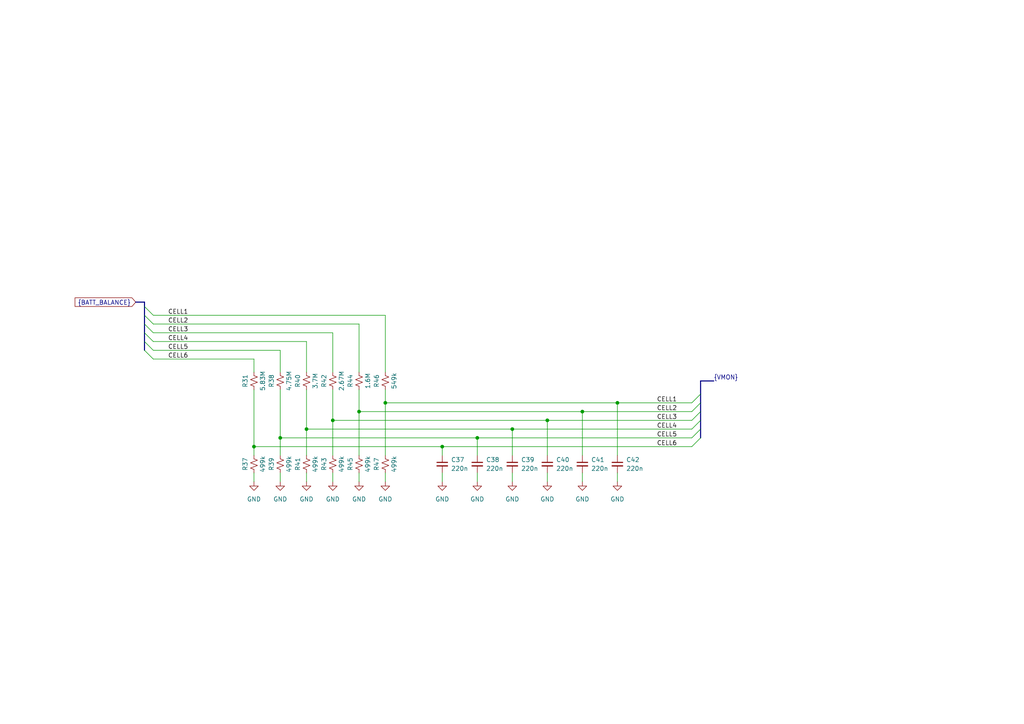
<source format=kicad_sch>
(kicad_sch (version 20231120) (generator "eeschema") (generator_version "8.0")
  (paper "A4")
  (lib_symbols
    (symbol "Device:C_Small" (pin_numbers hide) (pin_names (offset 0.254) hide)
      (property "Reference" "C" (at 0.254 1.778 0))
      (property "Value" "C_Small" (at 0.254 -2.032 0))
      (symbol "C_Small_0_1"
        (polyline (pts (xy -1.524 -0.508) (xy 1.524 -0.508)) (stroke (width 0.3302)))
        (polyline (pts (xy -1.524 0.508) (xy 1.524 0.508)) (stroke (width 0.3048)))
      )
      (symbol "C_Small_1_1"
        (pin passive line (at 0 2.54 270) (length 2.032) (name "~") (number "1"))
        (pin passive line (at 0 -2.54 90) (length 2.032) (name "~") (number "2"))
      )
    )
    (symbol "Device:R_Small_US" (pin_numbers hide) (pin_names (offset 0.254) hide)
      (property "Reference" "R" (at 0.762 0.508 0))
      (property "Value" "R_Small_US" (at 0.762 -1.016 0))
      (symbol "R_Small_US_1_1"
        (polyline (pts (xy 0 0) (xy 1.016 -0.381) (xy 0 -0.762) (xy -1.016 -1.143) (xy 0 -1.524)))
        (polyline (pts (xy 0 1.524) (xy 1.016 1.143) (xy 0 0.762) (xy -1.016 0.381) (xy 0 0)))
        (pin passive line (at 0 2.54 270) (length 1.016) (name "~") (number "1"))
        (pin passive line (at 0 -2.54 90) (length 1.016) (name "~") (number "2"))
      )
    )
    (symbol "power:GND" (power) (pin_names (offset 0))
      (property "Value" "GND" (at 0 -3.81 0))
      (symbol "GND_0_1"
        (polyline (pts (xy 0 0) (xy 0 -1.27) (xy 1.27 -1.27) (xy 0 -2.54) (xy -1.27 -1.27) (xy 0 -1.27)))
      )
      (symbol "GND_1_1"
        (pin power_in line (at 0 0 270) (length 0) hide (name "GND") (number "1"))
      )
    )
  )
  (junction (at 168.91 119.38))
  (junction (at 96.52 121.92))
  (junction (at 148.59 124.46))
  (junction (at 158.75 121.92))
  (junction (at 81.28 127))
  (junction (at 111.76 116.84))
  (junction (at 138.43 127))
  (junction (at 88.9 124.46))
  (junction (at 179.07 116.84))
  (junction (at 73.66 129.54))
  (junction (at 128.27 129.54))
  (junction (at 104.14 119.38))
  (bus_entry (at 41.91 91.44) (size 2.54 2.54))
  (bus_entry (at 41.91 99.06) (size 2.54 2.54))
  (bus_entry (at 41.91 101.6) (size 2.54 2.54))
  (bus_entry (at 41.91 96.52) (size 2.54 2.54))
  (bus_entry (at 203.2 127) (size -2.54 2.54))
  (bus_entry (at 41.91 88.9) (size 2.54 2.54))
  (bus_entry (at 203.2 121.92) (size -2.54 2.54))
  (bus_entry (at 203.2 116.84) (size -2.54 2.54))
  (bus_entry (at 41.91 93.98) (size 2.54 2.54))
  (bus_entry (at 203.2 124.46) (size -2.54 2.54))
  (bus_entry (at 203.2 114.3) (size -2.54 2.54))
  (bus_entry (at 203.2 119.38) (size -2.54 2.54))
  (wire (pts (xy 128.27 137.16) (xy 128.27 139.7)))
  (wire (pts (xy 96.52 121.92) (xy 158.75 121.92)))
  (wire (pts (xy 148.59 124.46) (xy 148.59 132.08)))
  (bus (pts (xy 41.91 93.98) (xy 41.91 96.52)))
  (bus (pts (xy 203.2 114.3) (xy 203.2 116.84)))
  (wire (pts (xy 158.75 121.92) (xy 158.75 132.08)))
  (wire (pts (xy 73.66 129.54) (xy 73.66 132.08)))
  (wire (pts (xy 81.28 127) (xy 81.28 132.08)))
  (wire (pts (xy 44.45 93.98) (xy 104.14 93.98)))
  (wire (pts (xy 81.28 101.6) (xy 81.28 107.95)))
  (wire (pts (xy 179.07 116.84) (xy 179.07 132.08)))
  (wire (pts (xy 73.66 137.16) (xy 73.66 139.7)))
  (wire (pts (xy 73.66 129.54) (xy 128.27 129.54)))
  (bus (pts (xy 203.2 110.49) (xy 203.2 114.3)))
  (wire (pts (xy 73.66 113.03) (xy 73.66 129.54)))
  (wire (pts (xy 179.07 137.16) (xy 179.07 139.7)))
  (wire (pts (xy 96.52 121.92) (xy 96.52 132.08)))
  (wire (pts (xy 148.59 137.16) (xy 148.59 139.7)))
  (bus (pts (xy 41.91 99.06) (xy 41.91 101.6)))
  (wire (pts (xy 96.52 113.03) (xy 96.52 121.92)))
  (wire (pts (xy 88.9 137.16) (xy 88.9 139.7)))
  (wire (pts (xy 88.9 113.03) (xy 88.9 124.46)))
  (wire (pts (xy 158.75 137.16) (xy 158.75 139.7)))
  (wire (pts (xy 138.43 127) (xy 200.66 127)))
  (wire (pts (xy 44.45 104.14) (xy 73.66 104.14)))
  (bus (pts (xy 41.91 87.63) (xy 41.91 88.9)))
  (wire (pts (xy 179.07 116.84) (xy 200.66 116.84)))
  (wire (pts (xy 96.52 137.16) (xy 96.52 139.7)))
  (wire (pts (xy 88.9 124.46) (xy 88.9 132.08)))
  (wire (pts (xy 96.52 96.52) (xy 96.52 107.95)))
  (wire (pts (xy 138.43 127) (xy 138.43 132.08)))
  (wire (pts (xy 138.43 137.16) (xy 138.43 139.7)))
  (bus (pts (xy 207.01 110.49) (xy 203.2 110.49)))
  (wire (pts (xy 111.76 91.44) (xy 111.76 107.95)))
  (wire (pts (xy 148.59 124.46) (xy 200.66 124.46)))
  (wire (pts (xy 88.9 124.46) (xy 148.59 124.46)))
  (wire (pts (xy 104.14 93.98) (xy 104.14 107.95)))
  (wire (pts (xy 168.91 119.38) (xy 200.66 119.38)))
  (wire (pts (xy 73.66 104.14) (xy 73.66 107.95)))
  (wire (pts (xy 44.45 101.6) (xy 81.28 101.6)))
  (wire (pts (xy 168.91 119.38) (xy 168.91 132.08)))
  (wire (pts (xy 111.76 116.84) (xy 111.76 132.08)))
  (wire (pts (xy 111.76 116.84) (xy 179.07 116.84)))
  (wire (pts (xy 104.14 113.03) (xy 104.14 119.38)))
  (bus (pts (xy 41.91 91.44) (xy 41.91 93.98)))
  (wire (pts (xy 111.76 137.16) (xy 111.76 139.7)))
  (bus (pts (xy 41.91 88.9) (xy 41.91 91.44)))
  (wire (pts (xy 104.14 119.38) (xy 104.14 132.08)))
  (bus (pts (xy 203.2 119.38) (xy 203.2 121.92)))
  (bus (pts (xy 203.2 124.46) (xy 203.2 127)))
  (wire (pts (xy 44.45 96.52) (xy 96.52 96.52)))
  (wire (pts (xy 88.9 99.06) (xy 88.9 107.95)))
  (wire (pts (xy 81.28 113.03) (xy 81.28 127)))
  (wire (pts (xy 81.28 127) (xy 138.43 127)))
  (wire (pts (xy 158.75 121.92) (xy 200.66 121.92)))
  (wire (pts (xy 104.14 137.16) (xy 104.14 139.7)))
  (bus (pts (xy 39.37 87.63) (xy 41.91 87.63)))
  (bus (pts (xy 203.2 121.92) (xy 203.2 124.46)))
  (wire (pts (xy 44.45 99.06) (xy 88.9 99.06)))
  (wire (pts (xy 44.45 91.44) (xy 111.76 91.44)))
  (wire (pts (xy 111.76 113.03) (xy 111.76 116.84)))
  (bus (pts (xy 203.2 116.84) (xy 203.2 119.38)))
  (wire (pts (xy 104.14 119.38) (xy 168.91 119.38)))
  (wire (pts (xy 128.27 129.54) (xy 200.66 129.54)))
  (wire (pts (xy 168.91 137.16) (xy 168.91 139.7)))
  (wire (pts (xy 81.28 137.16) (xy 81.28 139.7)))
  (bus (pts (xy 41.91 96.52) (xy 41.91 99.06)))
  (wire (pts (xy 128.27 129.54) (xy 128.27 132.08)))
  (label "CELL3" (at 190.5 121.92 0))
  (label "CELL4" (at 54.61 99.06 180))
  (label "CELL1" (at 190.5 116.84 0))
  (label "CELL3" (at 54.61 96.52 180))
  (label "CELL6" (at 54.61 104.14 180))
  (label "CELL5" (at 190.5 127 0))
  (label "CELL5" (at 54.61 101.6 180))
  (label "CELL6" (at 190.5 129.54 0))
  (label "CELL2" (at 190.5 119.38 0))
  (label "CELL2" (at 54.61 93.98 180))
  (label "CELL4" (at 190.5 124.46 0))
  (label "{VMON}" (at 207.01 110.49 0))
  (label "CELL1" (at 54.61 91.44 180))
  (global_label "{BATT_BALANCE}" (shape input) (at 39.37 87.63 180) (property "Intersheetrefs" "${INTERSHEET_REFS}" (effects (hide yes))))
  (symbol (lib_id "power:GND") (at 148.59 139.7 0) (unit 1)
    (property "Reference" "#PWR095" (effects (hide yes)))
    (property "Value" "GND" (at 148.59 144.78 0))
  )
  (symbol (lib_id "Device:C_Small") (at 128.27 134.62 0) (unit 1)
    (property "Reference" "C37" (at 130.81 133.3562 0) (effects (justify left)))
    (property "Value" "220n" (at 130.81 135.8962 0) (effects (justify left)))
    (property "Footprint" "Capacitor_SMD:C_0402_1005Metric" (effects (hide yes)))
  )
  (symbol (lib_id "power:GND") (at 128.27 139.7 0) (unit 1)
    (property "Reference" "#PWR093" (effects (hide yes)))
    (property "Value" "GND" (at 128.27 144.78 0))
  )
  (symbol (lib_id "Device:C_Small") (at 158.75 134.62 0) (unit 1)
    (property "Reference" "C40" (at 161.29 133.3562 0) (effects (justify left)))
    (property "Value" "220n" (at 161.29 135.8962 0) (effects (justify left)))
    (property "Footprint" "Capacitor_SMD:C_0402_1005Metric" (effects (hide yes)))
  )
  (symbol (lib_id "Device:R_Small_US") (at 73.66 110.49 0) (unit 1)
    (property "Reference" "R31" (at 71.12 110.49 90))
    (property "Value" "5.83M" (at 76.2 110.49 90))
    (property "Footprint" "Resistor_SMD:R_0603_1608Metric" (effects (hide yes)))
  )
  (symbol (lib_id "power:GND") (at 88.9 139.7 0) (unit 1)
    (property "Reference" "#PWR089" (effects (hide yes)))
    (property "Value" "GND" (at 88.9 144.78 0))
  )
  (symbol (lib_id "power:GND") (at 96.52 139.7 0) (unit 1)
    (property "Reference" "#PWR090" (effects (hide yes)))
    (property "Value" "GND" (at 96.52 144.78 0))
  )
  (symbol (lib_id "power:GND") (at 73.66 139.7 0) (unit 1)
    (property "Reference" "#PWR087" (effects (hide yes)))
    (property "Value" "GND" (at 73.66 144.78 0))
  )
  (symbol (lib_id "Device:R_Small_US") (at 81.28 134.62 0) (unit 1)
    (property "Reference" "R39" (at 78.74 134.62 90))
    (property "Value" "499k" (at 83.82 134.62 90))
    (property "Footprint" "Resistor_SMD:R_0603_1608Metric" (effects (hide yes)))
  )
  (symbol (lib_id "Device:R_Small_US") (at 96.52 110.49 0) (unit 1)
    (property "Reference" "R42" (at 93.98 110.49 90))
    (property "Value" "2.67M" (at 99.06 110.49 90))
    (property "Footprint" "Resistor_SMD:R_0603_1608Metric" (effects (hide yes)))
  )
  (symbol (lib_id "power:GND") (at 104.14 139.7 0) (unit 1)
    (property "Reference" "#PWR091" (effects (hide yes)))
    (property "Value" "GND" (at 104.14 144.78 0))
  )
  (symbol (lib_id "power:GND") (at 168.91 139.7 0) (unit 1)
    (property "Reference" "#PWR097" (effects (hide yes)))
    (property "Value" "GND" (at 168.91 144.78 0))
  )
  (symbol (lib_id "Device:R_Small_US") (at 111.76 134.62 0) (unit 1)
    (property "Reference" "R47" (at 109.22 134.62 90))
    (property "Value" "499k" (at 114.3 134.62 90))
    (property "Footprint" "Resistor_SMD:R_0603_1608Metric" (effects (hide yes)))
  )
  (symbol (lib_id "power:GND") (at 81.28 139.7 0) (unit 1)
    (property "Reference" "#PWR088" (effects (hide yes)))
    (property "Value" "GND" (at 81.28 144.78 0))
  )
  (symbol (lib_id "Device:C_Small") (at 148.59 134.62 0) (unit 1)
    (property "Reference" "C39" (at 151.13 133.3562 0) (effects (justify left)))
    (property "Value" "220n" (at 151.13 135.8962 0) (effects (justify left)))
    (property "Footprint" "Capacitor_SMD:C_0402_1005Metric" (effects (hide yes)))
  )
  (symbol (lib_id "Device:C_Small") (at 179.07 134.62 0) (unit 1)
    (property "Reference" "C42" (at 181.61 133.3562 0) (effects (justify left)))
    (property "Value" "220n" (at 181.61 135.8962 0) (effects (justify left)))
    (property "Footprint" "Capacitor_SMD:C_0402_1005Metric" (effects (hide yes)))
  )
  (symbol (lib_id "Device:R_Small_US") (at 104.14 134.62 0) (unit 1)
    (property "Reference" "R45" (at 101.6 134.62 90))
    (property "Value" "499k" (at 106.68 134.62 90))
    (property "Footprint" "Resistor_SMD:R_0603_1608Metric" (effects (hide yes)))
  )
  (symbol (lib_id "Device:R_Small_US") (at 111.76 110.49 0) (unit 1)
    (property "Reference" "R46" (at 109.22 110.49 90))
    (property "Value" "549k" (at 114.3 110.49 90))
    (property "Footprint" "Resistor_SMD:R_0603_1608Metric" (effects (hide yes)))
  )
  (symbol (lib_id "Device:R_Small_US") (at 96.52 134.62 0) (unit 1)
    (property "Reference" "R43" (at 93.98 134.62 90))
    (property "Value" "499k" (at 99.06 134.62 90))
    (property "Footprint" "Resistor_SMD:R_0603_1608Metric" (effects (hide yes)))
  )
  (symbol (lib_id "Device:R_Small_US") (at 73.66 134.62 0) (unit 1)
    (property "Reference" "R37" (at 71.12 134.62 90))
    (property "Value" "499k" (at 76.2 134.62 90))
    (property "Footprint" "Resistor_SMD:R_0603_1608Metric" (effects (hide yes)))
  )
  (symbol (lib_id "Device:R_Small_US") (at 88.9 134.62 0) (unit 1)
    (property "Reference" "R41" (at 86.36 134.62 90))
    (property "Value" "499k" (at 91.44 134.62 90))
    (property "Footprint" "Resistor_SMD:R_0603_1608Metric" (effects (hide yes)))
  )
  (symbol (lib_id "power:GND") (at 111.76 139.7 0) (unit 1)
    (property "Reference" "#PWR092" (effects (hide yes)))
    (property "Value" "GND" (at 111.76 144.78 0))
  )
  (symbol (lib_id "Device:R_Small_US") (at 88.9 110.49 0) (unit 1)
    (property "Reference" "R40" (at 86.36 110.49 90))
    (property "Value" "3.7M" (at 91.44 110.49 90))
    (property "Footprint" "Resistor_SMD:R_0603_1608Metric" (effects (hide yes)))
  )
  (symbol (lib_id "power:GND") (at 138.43 139.7 0) (unit 1)
    (property "Reference" "#PWR094" (effects (hide yes)))
    (property "Value" "GND" (at 138.43 144.78 0))
  )
  (symbol (lib_id "Device:C_Small") (at 138.43 134.62 0) (unit 1)
    (property "Reference" "C38" (at 140.97 133.3562 0) (effects (justify left)))
    (property "Value" "220n" (at 140.97 135.8962 0) (effects (justify left)))
    (property "Footprint" "Capacitor_SMD:C_0402_1005Metric" (effects (hide yes)))
  )
  (symbol (lib_id "Device:R_Small_US") (at 81.28 110.49 0) (unit 1)
    (property "Reference" "R38" (at 78.74 110.49 90))
    (property "Value" "4.75M" (at 83.82 110.49 90))
    (property "Footprint" "Resistor_SMD:R_0603_1608Metric" (effects (hide yes)))
  )
  (symbol (lib_id "power:GND") (at 158.75 139.7 0) (unit 1)
    (property "Reference" "#PWR096" (effects (hide yes)))
    (property "Value" "GND" (at 158.75 144.78 0))
  )
  (symbol (lib_id "Device:C_Small") (at 168.91 134.62 0) (unit 1)
    (property "Reference" "C41" (at 171.45 133.3562 0) (effects (justify left)))
    (property "Value" "220n" (at 171.45 135.8962 0) (effects (justify left)))
    (property "Footprint" "Capacitor_SMD:C_0402_1005Metric" (effects (hide yes)))
  )
  (symbol (lib_id "Device:R_Small_US") (at 104.14 110.49 0) (unit 1)
    (property "Reference" "R44" (at 101.6 110.49 90))
    (property "Value" "1.6M" (at 106.68 110.49 90))
    (property "Footprint" "Resistor_SMD:R_0603_1608Metric" (effects (hide yes)))
  )
  (symbol (lib_id "power:GND") (at 179.07 139.7 0) (unit 1)
    (property "Reference" "#PWR098" (effects (hide yes)))
    (property "Value" "GND" (at 179.07 144.78 0))
  )
)
</source>
